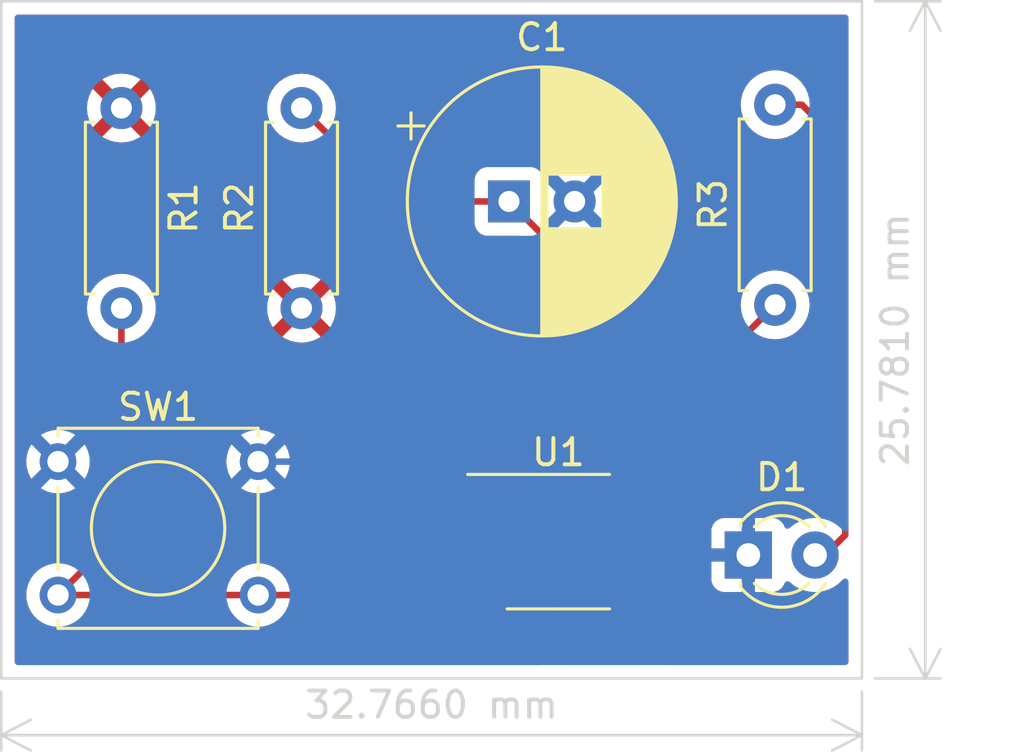
<source format=kicad_pcb>
(kicad_pcb (version 20211014) (generator pcbnew)
  (layers (0 "F.Cu" signal) (31 "B.Cu" signal) (34 "B.Paste" user) (35 "F.Paste" user) (36 "B.SilkS" user "B.Silkscreen") (37 "F.SilkS" user "F.Silkscreen") (38 "B.Mask" user) (39 "F.Mask" user) (44 "Edge.Cuts" user))
  (net 0 "")
  (net 1 "Net-(C1-Pad1)")
  (net 2 "GND")
  (net 3 "Net-(D1-Pad2)")
  (net 4 "+5V")
  (net 5 "Net-(R1-Pad2)")
  (net 6 "Net-(R3-Pad1)")
  (footprint "Resistor_THT:R_Axial_DIN0207_L6.3mm_D2.5mm_P7.62mm_Horizontal" (layer "F.Cu") (at 144.653 96.901 -90)
    (fp_text reference "R1" (at 3.81 -2.37 90) (layer "F.SilkS"))
    (fp_text value "10kΩ")
    (fp_line (start 0.54 -1.37) (end 7.08 -1.37) (layer "F.SilkS") (width 0.12))
    (fp_line (start 7.08 -1.37) (end 7.08 -1.04) (layer "F.SilkS") (width 0.12))
    (fp_line (start 0.54 1.04) (end 0.54 1.37) (layer "F.SilkS") (width 0.12))
    (fp_line (start 0.54 -1.04) (end 0.54 -1.37) (layer "F.SilkS") (width 0.12))
    (fp_line (start 7.08 1.37) (end 7.08 1.04) (layer "F.SilkS") (width 0.12))
    (fp_line (start 0.54 1.37) (end 7.08 1.37) (layer "F.SilkS") (width 0.12))
    (pad "1" thru_hole circle (at 0 0 270) (size 1.6 1.6) (drill 0.8) (layers *.Cu *.Mask) (net 4 "+5V"))
    (pad "2" thru_hole oval (at 7.62 0 270) (size 1.6 1.6) (drill 0.8) (layers *.Cu *.Mask) (net 5 "Net-(R1-Pad2)"))
  )
  (footprint "Resistor_THT:R_Axial_DIN0207_L6.3mm_D2.5mm_P7.62mm_Horizontal" (layer "F.Cu") (at 151.511 104.521 90)
    (fp_text reference "R2" (at 3.81 -2.37 90) (layer "F.SilkS"))
    (fp_text value "1kΩ")
    (fp_line (start 7.08 -1.37) (end 7.08 -1.04) (layer "F.SilkS") (width 0.12))
    (fp_line (start 0.54 -1.37) (end 7.08 -1.37) (layer "F.SilkS") (width 0.12))
    (fp_line (start 0.54 1.04) (end 0.54 1.37) (layer "F.SilkS") (width 0.12))
    (fp_line (start 0.54 1.37) (end 7.08 1.37) (layer "F.SilkS") (width 0.12))
    (fp_line (start 0.54 -1.04) (end 0.54 -1.37) (layer "F.SilkS") (width 0.12))
    (fp_line (start 7.08 1.37) (end 7.08 1.04) (layer "F.SilkS") (width 0.12))
    (pad "1" thru_hole circle (at 0 0 90) (size 1.6 1.6) (drill 0.8) (layers *.Cu *.Mask) (net 4 "+5V"))
    (pad "2" thru_hole oval (at 7.62 0 90) (size 1.6 1.6) (drill 0.8) (layers *.Cu *.Mask) (net 1 "Net-(C1-Pad1)"))
  )
  (footprint "Capacitor_THT:CP_Radial_D10.0mm_P2.50mm" (layer "F.Cu") (at 159.410323 100.457)
    (fp_text reference "C1" (at 1.25 -6.25) (layer "F.SilkS"))
    (fp_text value "470uF")
    (fp_line (start 3.291 1.04) (end 3.291 4.657) (layer "F.SilkS") (width 0.12))
    (fp_line (start 1.61 1.04) (end 1.61 5.068) (layer "F.SilkS") (width 0.12))
    (fp_line (start 5.851 -2.209) (end 5.851 2.209) (layer "F.SilkS") (width 0.12))
    (fp_line (start 6.331 -0.599) (end 6.331 0.599) (layer "F.SilkS") (width 0.12))
    (fp_line (start 3.331 1.04) (end 3.331 4.639) (layer "F.SilkS") (width 0.12))
    (fp_line (start 4.931 -3.52) (end 4.931 3.52) (layer "F.SilkS") (width 0.12))
    (fp_line (start 3.131 1.04) (end 3.131 4.723) (layer "F.SilkS") (width 0.12))
    (fp_line (start 5.051 -3.392) (end 5.051 3.392) (layer "F.SilkS") (width 0.12))
    (fp_line (start 1.57 1.04) (end 1.57 5.07) (layer "F.SilkS") (width 0.12))
    (fp_line (start 3.331 -4.639) (end 3.331 -1.04) (layer "F.SilkS") (width 0.12))
    (fp_line (start 2.491 -4.928) (end 2.491 -1.04) (layer "F.SilkS") (width 0.12))
    (fp_line (start 1.57 -5.07) (end 1.57 -1.04) (layer "F.SilkS") (width 0.12))
    (fp_line (start 2.651 -4.885) (end 2.651 -1.04) (layer "F.SilkS") (width 0.12))
    (fp_line (start 5.811 -2.289) (end 5.811 2.289) (layer "F.SilkS") (width 0.12))
    (fp_line (start 2.731 -4.862) (end 2.731 -1.04) (layer "F.SilkS") (width 0.12))
    (fp_line (start 1.49 -5.075) (end 1.49 -1.04) (layer "F.SilkS") (width 0.12))
    (fp_line (start 1.73 -5.058) (end 1.73 -1.04) (layer "F.SilkS") (width 0.12))
    (fp_line (start 1.971 -5.03) (end 1.971 -1.04) (layer "F.SilkS") (width 0.12))
    (fp_line (start 1.93 -5.035) (end 1.93 -1.04) (layer "F.SilkS") (width 0.12))
    (fp_line (start 2.331 -4.965) (end 2.331 -1.04) (layer "F.SilkS") (width 0.12))
    (fp_line (start 2.611 -4.897) (end 2.611 -1.04) (layer "F.SilkS") (width 0.12))
    (fp_line (start 2.211 1.04) (end 2.211 4.99) (layer "F.SilkS") (width 0.12))
    (fp_line (start 3.211 1.04) (end 3.211 4.69) (layer "F.SilkS") (width 0.12))
    (fp_line (start 5.971 -1.944) (end 5.971 1.944) (layer "F.SilkS") (width 0.12))
    (fp_line (start 2.011 1.04) (end 2.011 5.024) (layer "F.SilkS") (width 0.12))
    (fp_line (start 1.41 -5.078) (end 1.41 5.078) (layer "F.SilkS") (width 0.12))
    (fp_line (start 1.85 1.04) (end 1.85 5.045) (layer "F.SilkS") (width 0.12))
    (fp_line (start 3.531 1.04) (end 3.531 4.545) (layer "F.SilkS") (width 0.12))
    (fp_line (start 3.611 -4.504) (end 3.611 4.504) (layer "F.SilkS") (width 0.12))
    (fp_line (start 1.77 1.04) (end 1.77 5.054) (layer "F.SilkS") (width 0.12))
    (fp_line (start 5.611 -2.645) (end 5.611 2.645) (layer "F.SilkS") (width 0.12))
    (fp_line (start 3.491 -4.564) (end 3.491 -1.04) (layer "F.SilkS") (width 0.12))
    (fp_line (start 2.811 1.04) (end 2.811 4.837) (layer "F.SilkS") (width 0.12))
    (fp_line (start 4.371 -4.02) (end 4.371 4.02) (layer "F.SilkS") (width 0.12))
    (fp_line (start 2.171 1.04) (end 2.171 4.997) (layer "F.SilkS") (width 0.12))
    (fp_line (start 1.69 -5.062) (end 1.69 -1.04) (layer "F.SilkS") (width 0.12))
    (fp_line (start 2.691 -4.874) (end 2.691 -1.04) (layer "F.SilkS") (width 0.12))
    (fp_line (start 1.73 1.04) (end 1.73 5.058) (layer "F.SilkS") (width 0.12))
    (fp_line (start 2.851 -4.824) (end 2.851 -1.04) (layer "F.SilkS") (width 0.12))
    (fp_line (start 5.011 -3.436) (end 5.011 3.436) (layer "F.SilkS") (width 0.12))
    (fp_line (start 1.81 -5.05) (end 1.81 -1.04) (layer "F.SilkS") (width 0.12))
    (fp_line (start 5.131 -3.301) (end 5.131 3.301) (layer "F.SilkS") (width 0.12))
    (fp_line (start 2.171 -4.997) (end 2.171 -1.04) (layer "F.SilkS") (width 0.12))
    (fp_line (start 4.051 -4.247) (end 4.051 4.247) (layer "F.SilkS") (width 0.12))
    (fp_line (start 3.131 -4.723) (end 3.131 -1.04) (layer "F.SilkS") (width 0.12))
    (fp_line (start 2.571 1.04) (end 2.571 4.907) (layer "F.SilkS") (width 0.12))
    (fp_line (start 2.771 1.04) (end 2.771 4.85) (layer "F.SilkS") (width 0.12))
    (fp_line (start 4.691 -3.753) (end 4.691 3.753) (layer "F.SilkS") (width 0.12))
    (fp_line (start 5.331 -3.054) (end 5.331 3.054) (layer "F.SilkS") (width 0.12))
    (fp_line (start 4.731 -3.716) (end 4.731 3.716) (layer "F.SilkS") (width 0.12))
    (fp_line (start 4.451 -3.957) (end 4.451 3.957) (layer "F.SilkS") (width 0.12))
    (fp_line (start 2.771 -4.85) (end 2.771 -1.04) (layer "F.SilkS") (width 0.12))
    (fp_line (start 4.531 -3.892) (end 4.531 3.892) (layer "F.SilkS") (width 0.12))
    (fp_line (start 3.851 -4.371) (end 3.851 4.371) (layer "F.SilkS") (width 0.12))
    (fp_line (start 3.411 -4.603) (end 3.411 -1.04) (layer "F.SilkS") (width 0.12))
    (fp_line (start 5.091 -3.347) (end 5.091 3.347) (layer "F.SilkS") (width 0.12))
    (fp_line (start 2.451 -4.938) (end 2.451 -1.04) (layer "F.SilkS") (width 0.12))
    (fp_line (start 5.731 -2.439) (end 5.731 2.439) (layer "F.SilkS") (width 0.12))
    (fp_line (start 5.451 -2.889) (end 5.451 2.889) (layer "F.SilkS") (width 0.12))
    (fp_line (start 2.251 1.04) (end 2.251 4.982) (layer "F.SilkS") (width 0.12))
    (fp_line (start 3.891 -4.347) (end 3.891 4.347) (layer "F.SilkS") (width 0.12))
    (fp_line (start 1.45 -5.077) (end 1.45 5.077) (layer "F.SilkS") (width 0.12))
    (fp_line (start 4.011 -4.273) (end 4.011 4.273) (layer "F.SilkS") (width 0.12))
    (fp_line (start 2.251 -4.982) (end 2.251 -1.04) (layer "F.SilkS") (width 0.12))
    (fp_line (start 2.411 1.04) (end 2.411 4.947) (layer "F.SilkS") (width 0.12))
    (fp_line (start 3.371 -4.621) (end 3.371 -1.04) (layer "F.SilkS") (width 0.12))
    (fp_line (start 4.611 -3.824) (end 4.611 3.824) (layer "F.SilkS") (width 0.12))
    (fp_line (start 3.371 1.04) (end 3.371 4.621) (layer "F.SilkS") (width 0.12))
    (fp_line (start 5.411 -2.945) (end 5.411 2.945) (layer "F.SilkS") (width 0.12))
    (fp_line (start 6.091 -1.63) (end 6.091 1.63) (layer "F.SilkS") (width 0.12))
    (fp_line (start 4.131 -4.194) (end 4.131 4.194) (layer "F.SilkS") (width 0.12))
    (fp_line (start 2.131 -5.004) (end 2.131 -1.04) (layer "F.SilkS") (width 0.12))
    (fp_line (start 2.971 1.04) (end 2.971 4.783) (layer "F.SilkS") (width 0.12))
    (fp_line (start 4.091 -4.221) (end 4.091 4.221) (layer "F.SilkS") (width 0.12))
    (fp_line (start 3.251 -4.674) (end 3.251 -1.04) (layer "F.SilkS") (width 0.12))
    (fp_line (start 3.531 -4.545) (end 3.531 -1.04) (layer "F.SilkS") (width 0.12))
    (fp_line (start 5.891 -2.125) (end 5.891 2.125) (layer "F.SilkS") (width 0.12))
    (fp_line (start 1.69 1.04) (end 1.69 5.062) (layer "F.SilkS") (width 0.12))
    (fp_line (start -3.729646 -3.375) (end -3.729646 -2.375) (layer "F.SilkS") (width 0.12))
    (fp_line (start 2.531 1.04) (end 2.531 4.918) (layer "F.SilkS") (width 0.12))
    (fp_line (start 4.851 -3.601) (end 4.851 3.601) (layer "F.SilkS") (width 0.12))
    (fp_line (start 1.971 1.04) (end 1.971 5.03) (layer "F.SilkS") (width 0.12))
    (fp_line (start 3.451 -4.584) (end 3.451 -1.04) (layer "F.SilkS") (width 0.12))
    (fp_line (start 4.771 -3.679) (end 4.771 3.679) (layer "F.SilkS") (width 0.12))
    (fp_line (start 4.491 -3.925) (end 4.491 3.925) (layer "F.SilkS") (width 0.12))
    (fp_line (start 1.89 -5.04) (end 1.89 -1.04) (layer "F.SilkS") (width 0.12))
    (fp_line (start 4.211 -4.138) (end 4.211 4.138) (layer "F.SilkS") (width 0.12))
    (fp_line (start 2.851 1.04) (end 2.851 4.824) (layer "F.SilkS") (width 0.12))
    (fp_line (start 2.891 1.04) (end 2.891 4.811) (layer "F.SilkS") (width 0.12))
    (fp_line (start 3.811 -4.395) (end 3.811 4.395) (layer "F.SilkS") (width 0.12))
    (fp_line (start 2.531 -4.918) (end 2.531 -1.04) (layer "F.SilkS") (width 0.12))
    (fp_line (start 1.89 1.04) (end 1.89 5.04) (layer "F.SilkS") (width 0.12))
    (fp_line (start 5.571 -2.709) (end 5.571 2.709) (layer "F.SilkS") (width 0.12))
    (fp_line (start 5.371 -3) (end 5.371 3) (layer "F.SilkS") (width 0.12))
    (fp_line (start 2.731 1.04) (end 2.731 4.862) (layer "F.SilkS") (width 0.12))
    (fp_line (start 1.49 1.04) (end 1.49 5.075) (layer "F.SilkS") (width 0.12))
    (fp_line (start 2.011 -5.024) (end 2.011 -1.04) (layer "F.SilkS") (width 0.12))
    (fp_line (start 2.891 -4.811) (end 2.891 -1.04) (layer "F.SilkS") (width 0.12))
    (fp_line (start 3.731 -4.44) (end 3.731 4.44) (layer "F.SilkS") (width 0.12))
    (fp_line (start 2.411 -4.947) (end 2.411 -1.04) (layer "F.SilkS") (width 0.12))
    (fp_line (start 1.25 -5.08) (end 1.25 5.08) (layer "F.SilkS") (width 0.12))
    (fp_line (start 6.211 -1.23) (end 6.211 1.23) (layer "F.SilkS") (width 0.12))
    (fp_line (start 6.251 -1.062) (end 6.251 1.062) (layer "F.SilkS") (width 0.12))
    (fp_line (start 4.651 -3.789) (end 4.651 3.789) (layer "F.SilkS") (width 0.12))
    (fp_line (start 5.251 -3.156) (end 5.251 3.156) (layer "F.SilkS") (width 0.12))
    (fp_line (start 1.85 -5.045) (end 1.85 -1.04) (layer "F.SilkS") (width 0.12))
    (fp_line (start 5.171 -3.254) (end 5.171 3.254) (layer "F.SilkS") (width 0.12))
    (fp_line (start 2.211 -4.99) (end 2.211 -1.04) (layer "F.SilkS") (width 0.12))
    (fp_line (start 2.971 -4.783) (end 2.971 -1.04) (layer "F.SilkS") (width 0.12))
    (fp_line (start 2.131 1.04) (end 2.131 5.004) (layer "F.SilkS") (width 0.12))
    (fp_line (start 2.291 -4.974) (end 2.291 -1.04) (layer "F.SilkS") (width 0.12))
    (fp_line (start 5.931 -2.037) (end 5.931 2.037) (layer "F.SilkS") (width 0.12))
    (fp_line (start 2.931 -4.797) (end 2.931 -1.04) (layer "F.SilkS") (width 0.12))
    (fp_line (start 2.091 -5.011) (end 2.091 -1.04) (layer "F.SilkS") (width 0.12))
    (fp_line (start 6.131 -1.51) (end 6.131 1.51) (layer "F.SilkS") (width 0.12))
    (fp_line (start 3.011 -4.768) (end 3.011 -1.04) (layer "F.SilkS") (width 0.12))
    (fp_line (start 1.61 -5.068) (end 1.61 -1.04) (layer "F.SilkS") (width 0.12))
    (fp_line (start 1.29 -5.08) (end 1.29 5.08) (layer "F.SilkS") (width 0.12))
    (fp_line (start 1.33 -5.08) (end 1.33 5.08) (layer "F.SilkS") (width 0.12))
    (fp_line (start 2.931 1.04) (end 2.931 4.797) (layer "F.SilkS") (width 0.12))
    (fp_line (start 4.251 -4.11) (end 4.251 4.11) (layer "F.SilkS") (width 0.12))
    (fp_line (start 3.251 1.04) (end 3.251 4.674) (layer "F.SilkS") (width 0.12))
    (fp_line (start 1.65 -5.065) (end 1.65 -1.04) (layer "F.SilkS") (width 0.12))
    (fp_line (start 2.691 1.04) (end 2.691 4.874) (layer "F.SilkS") (width 0.12))
    (fp_line (start 2.331 1.04) (end 2.331 4.965) (layer "F.SilkS") (width 0.12))
    (fp_line (start 3.931 -4.323) (end 3.931 4.323) (layer "F.SilkS") (width 0.12))
    (fp_line (start 1.65 1.04) (end 1.65 5.065) (layer "F.SilkS") (width 0.12))
    (fp_line (start 5.771 -2.365) (end 5.771 2.365) (layer "F.SilkS") (width 0.12))
    (fp_line (start 4.571 -3.858) (end 4.571 3.858) (layer "F.SilkS") (width 0.12))
    (fp_line (start 3.171 1.04) (end 3.171 4.707) (layer "F.SilkS") (width 0.12))
    (fp_line (start 6.011 -1.846) (end 6.011 1.846) (layer "F.SilkS") (width 0.12))
    (fp_line (start 3.411 1.04) (end 3.411 4.603) (layer "F.SilkS") (width 0.12))
    (fp_line (start 6.291 -0.862) (end 6.291 0.862) (layer "F.SilkS") (width 0.12))
    (fp_line (start 2.091 1.04) (end 2.091 5.011) (layer "F.SilkS") (width 0.12))
    (fp_line (start 3.971 -4.298) (end 3.971 4.298) (layer "F.SilkS") (width 0.12))
    (fp_line (start 2.371 1.04) (end 2.371 4.956) (layer "F.SilkS") (width 0.12))
    (fp_line (start 3.091 -4.738) (end 3.091 -1.04) (layer "F.SilkS") (width 0.12))
    (fp_line (start 1.81 1.04) (end 1.81 5.05) (layer "F.SilkS") (width 0.12))
    (fp_line (start 1.93 1.04) (end 1.93 5.035) (layer "F.SilkS") (width 0.12))
    (fp_line (start 2.491 1.04) (end 2.491 4.928) (layer "F.SilkS") (width 0.12))
    (fp_line (start 2.291 1.04) (end 2.291 4.974) (layer "F.SilkS") (width 0.12))
    (fp_line (start 1.53 -5.073) (end 1.53 -1.04) (layer "F.SilkS") (width 0.12))
    (fp_line (start 1.77 -5.054) (end 1.77 -1.04) (layer "F.SilkS") (width 0.12))
    (fp_line (start 2.051 1.04) (end 2.051 5.018) (layer "F.SilkS") (width 0.12))
    (fp_line (start 2.451 1.04) (end 2.451 4.938) (layer "F.SilkS") (width 0.12))
    (fp_line (start 5.691 -2.51) (end 5.691 2.51) (layer "F.SilkS") (width 0.12))
    (fp_line (start 4.171 -4.166) (end 4.171 4.166) (layer "F.SilkS") (width 0.12))
    (fp_line (start 1.53 1.04) (end 1.53 5.073) (layer "F.SilkS") (width 0.12))
    (fp_line (start 3.171 -4.707) (end 3.171 -1.04) (layer "F.SilkS") (width 0.12))
    (fp_line (start 3.451 1.04) (end 3.451 4.584) (layer "F.SilkS") (width 0.12))
    (fp_line (start 4.971 -3.478) (end 4.971 3.478) (layer "F.SilkS") (width 0.12))
    (fp_line (start 2.611 1.04) (end 2.611 4.897) (layer "F.SilkS") (width 0.12))
    (fp_line (start 4.291 -4.08) (end 4.291 4.08) (layer "F.SilkS") (width 0.12))
    (fp_line (start 5.531 -2.77) (end 5.531 2.77) (layer "F.SilkS") (width 0.12))
    (fp_line (start 3.211 -4.69) (end 3.211 -1.04) (layer "F.SilkS") (width 0.12))
    (fp_line (start 6.051 -1.742) (end 6.051 1.742) (layer "F.SilkS") (width 0.12))
    (fp_line (start 2.811 -4.837) (end 2.811 -1.04) (layer "F.SilkS") (width 0.12))
    (fp_line (start 5.211 -3.206) (end 5.211 3.206) (layer "F.SilkS") (width 0.12))
    (fp_line (start 2.051 -5.018) (end 2.051 -1.04) (layer "F.SilkS") (width 0.12))
    (fp_line (start 2.571 -4.907) (end 2.571 -1.04) (layer "F.SilkS") (width 0.12))
    (fp_line (start 5.491 -2.83) (end 5.491 2.83) (layer "F.SilkS") (width 0.12))
    (fp_line (start 3.051 1.04) (end 3.051 4.754) (layer "F.SilkS") (width 0.12))
    (fp_line (start 1.37 -5.079) (end 1.37 5.079) (layer "F.SilkS") (width 0.12))
    (fp_line (start 4.411 -3.989) (end 4.411 3.989) (layer "F.SilkS") (width 0.12))
    (fp_line (start 2.651 1.04) (end 2.651 4.885) (layer "F.SilkS") (width 0.12))
    (fp_line (start 2.371 -4.956) (end 2.371 -1.04) (layer "F.SilkS") (width 0.12))
    (fp_line (start 3.491 1.04) (end 3.491 4.564) (layer "F.SilkS") (width 0.12))
    (fp_line (start 5.291 -3.106) (end 5.291 3.106) (layer "F.SilkS") (width 0.12))
    (fp_line (start 3.571 -4.525) (end 3.571 4.525) (layer "F.SilkS") (width 0.12))
    (fp_line (start 4.811 -3.64) (end 4.811 3.64) (layer "F.SilkS") (width 0.12))
    (fp_line (start 3.011 1.04) (end 3.011 4.768) (layer "F.SilkS") (width 0.12))
    (fp_line (start 3.051 -4.754) (end 3.051 -1.04) (layer "F.SilkS") (width 0.12))
    (fp_line (start 3.651 -4.483) (end 3.651 4.483) (layer "F.SilkS") (width 0.12))
    (fp_line (start 6.171 -1.378) (end 6.171 1.378) (layer "F.SilkS") (width 0.12))
    (fp_line (start 3.771 -4.417) (end 3.771 4.417) (layer "F.SilkS") (width 0.12))
    (fp_line (start 3.691 -4.462) (end 3.691 4.462) (layer "F.SilkS") (width 0.12))
    (fp_line (start -4.229646 -2.875) (end -3.229646 -2.875) (layer "F.SilkS") (width 0.12))
    (fp_line (start 4.891 -3.561) (end 4.891 3.561) (layer "F.SilkS") (width 0.12))
    (fp_line (start 3.091 1.04) (end 3.091 4.738) (layer "F.SilkS") (width 0.12))
    (fp_line (start 3.291 -4.657) (end 3.291 -1.04) (layer "F.SilkS") (width 0.12))
    (fp_line (start 4.331 -4.05) (end 4.331 4.05) (layer "F.SilkS") (width 0.12))
    (fp_line (start 5.651 -2.579) (end 5.651 2.579) (layer "F.SilkS") (width 0.12))
    (fp_circle (center 1.25 0) (end 6.37 0) (layer "F.SilkS") (width 0.12) (fill none))
    (pad "1" thru_hole rect (at 0 0) (size 1.6 1.6) (drill 0.8) (layers *.Cu *.Mask) (net 1 "Net-(C1-Pad1)"))
    (pad "2" thru_hole circle (at 2.5 0) (size 1.6 1.6) (drill 0.8) (layers *.Cu *.Mask) (net 2 "GND"))
  )
  (footprint "Package_SO:SOIC-8_3.9x4.9mm_P1.27mm" (layer "F.Cu") (at 161.29 113.411)
    (fp_text reference "U1" (at 0 -3.4) (layer "F.SilkS"))
    (fp_text value "NA555P")
    (fp_line (start 0 -2.56) (end 1.95 -2.56) (layer "F.SilkS") (width 0.12))
    (fp_line (start 0 2.56) (end -1.95 2.56) (layer "F.SilkS") (width 0.12))
    (fp_line (start 0 -2.56) (end -3.45 -2.56) (layer "F.SilkS") (width 0.12))
    (fp_line (start 0 2.56) (end 1.95 2.56) (layer "F.SilkS") (width 0.12))
    (pad "1" smd roundrect (at -2.475 -1.905) (size 1.95 0.6) (layers "F.Cu" "F.Paste" "F.Mask") (net 2 "GND"))
    (pad "2" smd roundrect (at -2.475 -0.635) (size 1.95 0.6) (layers "F.Cu" "F.Paste" "F.Mask") (net 5 "Net-(R1-Pad2)"))
    (pad "3" smd roundrect (at -2.475 0.635) (size 1.95 0.6) (layers "F.Cu" "F.Paste" "F.Mask") (net 6 "Net-(R3-Pad1)"))
    (pad "4" smd roundrect (at -2.475 1.905) (size 1.95 0.6) (layers "F.Cu" "F.Paste" "F.Mask") (net 4 "+5V"))
    (pad "5" smd roundrect (at 2.475 1.905) (size 1.95 0.6) (layers "F.Cu" "F.Paste" "F.Mask"))
    (pad "6" smd roundrect (at 2.475 0.635) (size 1.95 0.6) (layers "F.Cu" "F.Paste" "F.Mask") (net 1 "Net-(C1-Pad1)"))
    (pad "7" smd roundrect (at 2.475 -0.635) (size 1.95 0.6) (layers "F.Cu" "F.Paste" "F.Mask") (net 1 "Net-(C1-Pad1)"))
    (pad "8" smd roundrect (at 2.475 -1.905) (size 1.95 0.6) (layers "F.Cu" "F.Paste" "F.Mask") (net 4 "+5V"))
  )
  (footprint "Resistor_THT:R_Axial_DIN0207_L6.3mm_D2.5mm_P7.62mm_Horizontal" (layer "F.Cu") (at 169.545 104.394 90)
    (fp_text reference "R3" (at 3.81 -2.37 90) (layer "F.SilkS"))
    (fp_text value "220Ω")
    (fp_line (start 0.54 -1.37) (end 7.08 -1.37) (layer "F.SilkS") (width 0.12))
    (fp_line (start 7.08 1.37) (end 7.08 1.04) (layer "F.SilkS") (width 0.12))
    (fp_line (start 7.08 -1.37) (end 7.08 -1.04) (layer "F.SilkS") (width 0.12))
    (fp_line (start 0.54 1.04) (end 0.54 1.37) (layer "F.SilkS") (width 0.12))
    (fp_line (start 0.54 -1.04) (end 0.54 -1.37) (layer "F.SilkS") (width 0.12))
    (fp_line (start 0.54 1.37) (end 7.08 1.37) (layer "F.SilkS") (width 0.12))
    (pad "1" thru_hole circle (at 0 0 90) (size 1.6 1.6) (drill 0.8) (layers *.Cu *.Mask) (net 6 "Net-(R3-Pad1)"))
    (pad "2" thru_hole oval (at 7.62 0 90) (size 1.6 1.6) (drill 0.8) (layers *.Cu *.Mask) (net 3 "Net-(D1-Pad2)"))
  )
  (footprint "Button_Switch_THT:SW_Tactile_Straight_KSL0Axx1LFTR" (layer "F.Cu") (at 142.24 110.363)
    (fp_text reference "SW1" (at 3.81 -2.08) (layer "F.SilkS"))
    (fp_text value "SW_Push")
    (fp_line (start 0 0.97) (end 0 4.11) (layer "F.SilkS") (width 0.12))
    (fp_line (start 7.62 0.97) (end 7.62 4.11) (layer "F.SilkS") (width 0.12))
    (fp_line (start 7.62 6.35) (end 0 6.35) (layer "F.SilkS") (width 0.12))
    (fp_line (start 7.62 6.05) (end 7.62 6.35) (layer "F.SilkS") (width 0.12))
    (fp_line (start 0 -1.27) (end 0 -0.97) (layer "F.SilkS") (width 0.12))
    (fp_line (start 0 6.05) (end 0 6.35) (layer "F.SilkS") (width 0.12))
    (fp_line (start 0 -1.27) (end 7.62 -1.27) (layer "F.SilkS") (width 0.12))
    (fp_line (start 7.62 -1.27) (end 7.62 -0.97) (layer "F.SilkS") (width 0.12))
    (fp_circle (center 3.81 2.54) (end 3.81 0) (layer "F.SilkS") (width 0.12) (fill none))
    (pad "1" thru_hole circle (at 0 0) (size 1.397 1.397) (drill 0.8128) (layers *.Cu *.Mask) (net 2 "GND"))
    (pad "1" thru_hole circle (at 7.62 0) (size 1.397 1.397) (drill 0.8128) (layers *.Cu *.Mask) (net 2 "GND"))
    (pad "2" thru_hole circle (at 7.62 5.08) (size 1.397 1.397) (drill 0.8128) (layers *.Cu *.Mask) (net 5 "Net-(R1-Pad2)"))
    (pad "2" thru_hole circle (at 0 5.08) (size 1.397 1.397) (drill 0.8128) (layers *.Cu *.Mask) (net 5 "Net-(R1-Pad2)"))
  )
  (footprint "LED_THT:LED_D3.0mm_Clear" (layer "F.Cu") (at 168.524 113.919)
    (fp_text reference "D1" (at 1.27 -2.96) (layer "F.SilkS"))
    (fp_text value "LED")
    (fp_line (start -0.29 1.08) (end -0.29 1.236) (layer "F.SilkS") (width 0.12))
    (fp_line (start -0.29 -1.236) (end -0.29 -1.08) (layer "F.SilkS") (width 0.12))
    (fp_arc (start 0.229039 -1.08) (mid 1.270117 -1.5) (end 2.31113 -1.079837) (layer "F.SilkS") (width 0.12))
    (fp_arc (start 2.942335 1.078608) (mid 1.366487 1.987659) (end -0.29 1.235516) (layer "F.SilkS") (width 0.12))
    (fp_arc (start 2.31113 1.079837) (mid 1.270117 1.5) (end 0.229039 1.08) (layer "F.SilkS") (width 0.12))
    (fp_arc (start -0.29 -1.235516) (mid 1.366487 -1.987659) (end 2.942335 -1.078608) (layer "F.SilkS") (width 0.12))
    (pad "1" thru_hole rect (at 0 0) (size 1.8 1.8) (drill 0.9) (layers *.Cu *.Mask) (net 2 "GND"))
    (pad "2" thru_hole circle (at 2.54 0) (size 1.8 1.8) (drill 0.9) (layers *.Cu *.Mask) (net 3 "Net-(D1-Pad2)"))
  )
  (gr_line (start 140.081 92.837) (end 140.081 118.618) (layer "Edge.Cuts") (width 0.1))
  (gr_line (start 172.847 92.837) (end 140.081 92.837) (layer "Edge.Cuts") (width 0.1))
  (gr_line (start 140.081 118.618) (end 172.847 118.618) (layer "Edge.Cuts") (width 0.1))
  (gr_line (start 172.847 118.618) (end 172.847 92.837) (layer "Edge.Cuts") (width 0.1))
  (dimension (type aligned) (layer "Edge.Cuts") (pts (xy 172.847 92.837) (xy 172.847 118.618)) (height -2.413) (gr_text "25.7810 mm" (at 174.11 105.7275 90) (layer "Edge.Cuts") (effects (font (size 1 1) (thickness 0.15)))) (format (units 3) (units_format 1) (precision 4)) (style (thickness 0.1) (arrow_length 1.27) (text_position_mode 0) (extension_height 0.58642) (extension_offset 0.5) keep_text_aligned))
  (dimension (type aligned) (layer "Edge.Cuts") (pts (xy 140.081 118.618) (xy 172.847 118.618)) (height 2.159) (gr_text "32.7660 mm" (at 156.464 119.627) (layer "Edge.Cuts") (effects (font (size 1 1) (thickness 0.15)))) (format (units 3) (units_format 1) (precision 4)) (style (thickness 0.1) (arrow_length 1.27) (text_position_mode 0) (extension_height 0.58642) (extension_offset 0.5) keep_text_aligned))
  (segment (start 159.410323 100.457) (end 155.067 100.457) (width 0.25) (layer "F.Cu") (net 1))
  (segment (start 161.163 102.209677) (end 159.410323 100.457) (width 0.25) (layer "F.Cu") (net 1))
  (segment (start 163.765 114.046) (end 162.941 114.046) (width 0.25) (layer "F.Cu") (net 1))
  (segment (start 162.941 114.046) (end 161.163 112.268) (width 0.25) (layer "F.Cu") (net 1))
  (segment (start 163.765 114.046) (end 163.765 112.776) (width 0.25) (layer "F.Cu") (net 1))
  (segment (start 155.067 100.457) (end 151.511 96.901) (width 0.25) (layer "F.Cu") (net 1))
  (segment (start 161.163 112.268) (end 161.163 102.209677) (width 0.25) (layer "F.Cu") (net 1))
  (segment (start 158.623 111.506) (end 157.48 110.363) (width 0.25) (layer "B.Cu") (net 2))
  (segment (start 157.48 110.363) (end 149.86 110.363) (width 0.25) (layer "B.Cu") (net 2))
  (segment (start 171.45 113.919) (end 171.064 113.919) (width 0.25) (layer "F.Cu") (net 3))
  (segment (start 169.545 96.774) (end 170.561 96.774) (width 0.25) (layer "F.Cu") (net 3))
  (segment (start 172.212 113.157) (end 171.45 113.919) (width 0.25) (layer "F.Cu") (net 3))
  (segment (start 172.212 98.425) (end 172.212 113.157) (width 0.25) (layer "F.Cu") (net 3))
  (segment (start 170.561 96.774) (end 172.212 98.425) (width 0.25) (layer "F.Cu") (net 3))
  (segment (start 142.24 115.443) (end 149.86 115.443) (width 0.25) (layer "F.Cu") (net 5))
  (segment (start 144.653 104.521) (end 144.653 113.03) (width 0.25) (layer "F.Cu") (net 5))
  (segment (start 155.194 112.776) (end 158.815 112.776) (width 0.25) (layer "F.Cu") (net 5))
  (segment (start 152.527 115.443) (end 155.194 112.776) (width 0.25) (layer "F.Cu") (net 5))
  (segment (start 144.653 113.03) (end 142.24 115.443) (width 0.25) (layer "F.Cu") (net 5))
  (segment (start 149.86 115.443) (end 152.527 115.443) (width 0.25) (layer "F.Cu") (net 5))
  (segment (start 165.989 116.459) (end 165.989 107.95) (width 0.25) (layer "F.Cu") (net 6))
  (segment (start 161.671 117.983) (end 164.465 117.983) (width 0.25) (layer "F.Cu") (net 6))
  (segment (start 165.989 107.95) (end 169.545 104.394) (width 0.25) (layer "F.Cu") (net 6))
  (segment (start 164.465 117.983) (end 165.989 116.459) (width 0.25) (layer "F.Cu") (net 6))
  (segment (start 161.163 115.57) (end 161.163 117.475) (width 0.25) (layer "F.Cu") (net 6))
  (segment (start 158.815 114.046) (end 159.639 114.046) (width 0.25) (layer "F.Cu") (net 6))
  (segment (start 161.163 117.475) (end 161.671 117.983) (width 0.25) (layer "F.Cu") (net 6))
  (segment (start 159.639 114.046) (end 161.163 115.57) (width 0.25) (layer "F.Cu") (net 6))
  (zone (net 4) (net_name "+5V") (layer "F.Cu") (connect_pads (clearance 0.508)) (min_thickness 0.254) (fill yes (thermal_gap 0.508) (thermal_bridge_width 0.508))
    (polygon (pts (xy 172.847 118.618) (xy 140.081 118.618) (xy 140.081 92.837) (xy 172.847 92.837)))
  )
  (zone (net 2) (net_name "GND") (layer "B.Cu") (connect_pads (clearance 0.508)) (min_thickness 0.254) (fill yes (thermal_gap 0.508) (thermal_bridge_width 0.508))
    (polygon (pts (xy 172.847 118.618) (xy 140.081 118.618) (xy 140.081 92.837) (xy 172.847 92.837)))
  )
)
</source>
